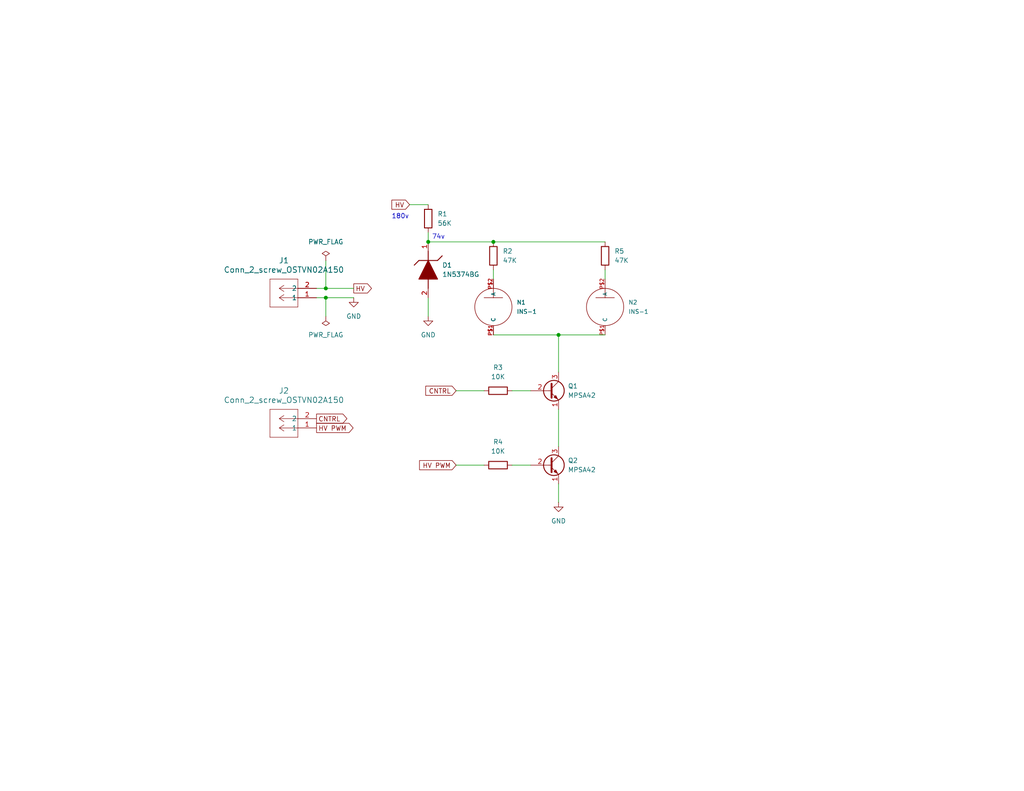
<source format=kicad_sch>
(kicad_sch (version 20231120) (generator "eeschema") (generator_version "8.0")
  (paper "A")
  (title_block (title "INS-1 flasher") (date "2024-12-24") (rev "0.9") (company "James Gallagher") (comment 1 "Flash two INS-1 Nixie tubes") (comment 2 "74v Zener lowers the strike voltage. Each tube draw 0.5mA"))
  (lib_symbols
    (symbol "Device:R" (pin_numbers hide) (pin_names (offset 0))
      (property "Reference" "R" (at 2.032 0 90))
      (property "Value" "R" (at 0 0 90))
      (symbol "R_0_1"
        (rectangle (start -1.016 -2.54) (end 1.016 2.54) (stroke (width 0.254)))
      )
      (symbol "R_1_1"
        (pin passive line (at 0 3.81 270) (length 1.27) (name "~") (number "1"))
        (pin passive line (at 0 -3.81 90) (length 1.27) (name "~") (number "2"))
      )
    )
    (symbol "INS-1-symbols:1N5374BG" (pin_names hide)
      (property "Reference" "D" (at 11.43 5.08 0))
      (property "Value" "1N5374BG" (at 11.43 2.54 0))
      (symbol "1N5374BG_1_1"
        (polyline (pts (xy 2.54 0) (xy 5.08 0)) (stroke (width 0.254)))
        (polyline (pts (xy 5.08 -2.54) (xy 6.35 -3.81)) (stroke (width 0.254)))
        (polyline (pts (xy 5.08 2.54) (xy 3.81 3.81)) (stroke (width 0.254)))
        (polyline (pts (xy 5.08 2.54) (xy 5.08 -2.54)) (stroke (width 0.254)))
        (polyline (pts (xy 10.16 0) (xy 12.7 0)) (stroke (width 0.254)))
        (polyline (pts (xy 5.08 0) (xy 10.16 2.54) (xy 10.16 -2.54) (xy 5.08 0)) (stroke (width 0.254)) (fill (type outline)))
        (pin passive line (at 0 0 0) (length 2.54) (name "K") (number "1"))
        (pin passive line (at 15.24 0 180) (length 2.54) (name "A") (number "2"))
      )
    )
    (symbol "INS-1-symbols:INS-1" (pin_names (offset 1.016))
      (property "Reference" "N" (at 0 7.62 0))
      (property "Value" "INS-1" (at 0 -7.62 0))
      (symbol "INS-1_1_0"
        (polyline (pts (xy 2.54 -2.54) (xy 2.54 0)))
        (polyline (pts (xy 2.54 0) (xy 2.54 2.54)))
        (polyline (pts (xy 2.54 0) (xy 5.08 0)))
      )
      (symbol "INS-1_1_1"
        (circle (center 0 0) (radius 5.08))
        (pin passive line (at -7.62 0 0) (length 2.54) (name "C") (number "P$1"))
        (pin passive line (at 7.62 0 180) (length 2.54) (name "A") (number "P$2"))
      )
    )
    (symbol "INS-1-symbols:MPSA42" (pin_names (offset 1.016) hide)
      (property "Reference" "Q" (at 5.08 1.905 0))
      (property "Value" "MPSA42" (at 5.08 0 0))
      (symbol "MPSA42_0_1"
        (polyline (pts (xy 0 0) (xy 0.635 0)))
        (polyline (pts (xy 0.635 0.635) (xy 2.54 2.54)))
        (polyline (pts (xy 0.635 -0.635) (xy 2.54 -2.54) (xy 2.54 -2.54)))
        (polyline (pts (xy 0.635 1.905) (xy 0.635 -1.905) (xy 0.635 -1.905)) (stroke (width 0.508)))
        (polyline (pts (xy 1.27 -1.778) (xy 1.778 -1.27) (xy 2.286 -2.286) (xy 1.27 -1.778) (xy 1.27 -1.778)) (fill (type outline)))
        (circle (center 1.27 0) (radius 2.8194) (stroke (width 0.254)))
      )
      (symbol "MPSA42_1_1"
        (pin passive line (at 2.54 -5.08 90) (length 2.54) (name "E") (number "1"))
        (pin input line (at -5.08 0 0) (length 5.08) (name "B") (number "2"))
        (pin passive line (at 2.54 5.08 270) (length 2.54) (name "C") (number "3"))
      )
    )
    (symbol "nixie-tube-clock-2.1:Conn_2_screw_OSTVN02A150" (pin_names (offset 0.254))
      (property "Reference" "J" (at 5.08 3.81 0))
      (property "Value" "Conn_2_screw_OSTVN02A150" (at 1.27 -11.43 0))
      (symbol "Conn_2_screw_OSTVN02A150_1_1"
        (polyline (pts (xy 5.08 -5.08) (xy 12.7 -5.08)) (stroke (width 0.127)))
        (polyline (pts (xy 5.08 2.54) (xy 5.08 -5.08)) (stroke (width 0.127)))
        (polyline (pts (xy 10.16 -2.54) (xy 5.08 -2.54)) (stroke (width 0.127)))
        (polyline (pts (xy 10.16 -2.54) (xy 8.89 -3.3867)) (stroke (width 0.127)))
        (polyline (pts (xy 10.16 -2.54) (xy 8.89 -1.6933)) (stroke (width 0.127)))
        (polyline (pts (xy 10.16 0) (xy 5.08 0)) (stroke (width 0.127)))
        (polyline (pts (xy 10.16 0) (xy 8.89 -0.8467)) (stroke (width 0.127)))
        (polyline (pts (xy 10.16 0) (xy 8.89 0.8467)) (stroke (width 0.127)))
        (polyline (pts (xy 12.7 -5.08) (xy 12.7 2.54)) (stroke (width 0.127)))
        (polyline (pts (xy 12.7 2.54) (xy 5.08 2.54)) (stroke (width 0.127)))
        (pin passive line (at 0 0 0) (length 5.08) (name "1") (number "1"))
        (pin passive line (at 0 -2.54 0) (length 5.08) (name "2") (number "2"))
      )
      (symbol "Conn_2_screw_OSTVN02A150_1_2"
        (polyline (pts (xy 5.08 -5.08) (xy 12.7 -5.08)) (stroke (width 0.127)))
        (polyline (pts (xy 5.08 2.54) (xy 5.08 -5.08)) (stroke (width 0.127)))
        (polyline (pts (xy 7.62 -2.54) (xy 5.08 -2.54)) (stroke (width 0.127)))
        (polyline (pts (xy 7.62 -2.54) (xy 8.89 -3.3867)) (stroke (width 0.127)))
        (polyline (pts (xy 7.62 -2.54) (xy 8.89 -1.6933)) (stroke (width 0.127)))
        (polyline (pts (xy 7.62 0) (xy 5.08 0)) (stroke (width 0.127)))
        (polyline (pts (xy 7.62 0) (xy 8.89 -0.8467)) (stroke (width 0.127)))
        (polyline (pts (xy 7.62 0) (xy 8.89 0.8467)) (stroke (width 0.127)))
        (polyline (pts (xy 12.7 -5.08) (xy 12.7 2.54)) (stroke (width 0.127)))
        (polyline (pts (xy 12.7 2.54) (xy 5.08 2.54)) (stroke (width 0.127)))
        (pin unspecified line (at 0 0 0) (length 5.08) (name "1") (number "1"))
        (pin unspecified line (at 0 -2.54 0) (length 5.08) (name "2") (number "2"))
      )
    )
    (symbol "power:GND" (power) (pin_numbers hide) (pin_names (offset 0) hide)
      (property "Value" "GND" (at 0 -3.81 0))
      (symbol "GND_0_1"
        (polyline (pts (xy 0 0) (xy 0 -1.27) (xy 1.27 -1.27) (xy 0 -2.54) (xy -1.27 -1.27) (xy 0 -1.27)))
      )
      (symbol "GND_1_1"
        (pin power_in line (at 0 0 270) (length 0) (name "~") (number "1"))
      )
    )
    (symbol "power:PWR_FLAG" (power) (pin_numbers hide) (pin_names (offset 0) hide)
      (property "Value" "PWR_FLAG" (at 0 3.81 0))
      (symbol "PWR_FLAG_0_0"
        (pin power_out line (at 0 0 90) (length 0) (name "~") (number "1"))
      )
      (symbol "PWR_FLAG_0_1"
        (polyline (pts (xy 0 0) (xy 0 1.27) (xy -1.016 1.905) (xy 0 2.54) (xy 1.016 1.905) (xy 0 1.27)))
      )
    )
  )
  (junction (at 134.62 66.04))
  (junction (at 88.9 78.74))
  (junction (at 152.4 91.44))
  (junction (at 116.84 66.04))
  (junction (at 88.9 81.28))
  (wire (pts (xy 152.4 111.76) (xy 152.4 121.92)))
  (wire (pts (xy 86.36 78.74) (xy 88.9 78.74)))
  (wire (pts (xy 152.4 132.08) (xy 152.4 137.16)))
  (wire (pts (xy 116.84 81.28) (xy 116.84 86.36)))
  (wire (pts (xy 134.62 73.66) (xy 134.62 76.2)))
  (wire (pts (xy 88.9 81.28) (xy 96.52 81.28)))
  (wire (pts (xy 86.36 81.28) (xy 88.9 81.28)))
  (wire (pts (xy 88.9 71.12) (xy 88.9 78.74)))
  (wire (pts (xy 88.9 78.74) (xy 96.52 78.74)))
  (wire (pts (xy 88.9 81.28) (xy 88.9 86.36)))
  (wire (pts (xy 124.46 106.68) (xy 132.08 106.68)))
  (wire (pts (xy 134.62 66.04) (xy 165.1 66.04)))
  (wire (pts (xy 124.46 127) (xy 132.08 127)))
  (wire (pts (xy 111.76 55.88) (xy 116.84 55.88)))
  (wire (pts (xy 139.7 127) (xy 144.78 127)))
  (wire (pts (xy 165.1 73.66) (xy 165.1 76.2)))
  (wire (pts (xy 152.4 91.44) (xy 165.1 91.44)))
  (wire (pts (xy 116.84 66.04) (xy 134.62 66.04)))
  (wire (pts (xy 139.7 106.68) (xy 144.78 106.68)))
  (wire (pts (xy 116.84 63.5) (xy 116.84 66.04)))
  (wire (pts (xy 152.4 91.44) (xy 152.4 101.6)))
  (wire (pts (xy 134.62 91.44) (xy 152.4 91.44)))
  (text "74v" (at 119.634 64.77 0) (effects (font (size 1.27 1.27))))
  (text "180v" (at 109.22 59.182 0) (effects (font (size 1.27 1.27))))
  (global_label "HV" (shape input) (at 111.76 55.88 180) (property "Intersheetrefs" "${INTERSHEET_REFS}" (effects (hide yes))))
  (global_label "CNTRL" (shape output) (at 86.36 114.3 0) (property "Intersheetrefs" "${INTERSHEET_REFS}" (effects (hide yes))))
  (global_label "HV" (shape output) (at 96.52 78.74 0) (property "Intersheetrefs" "${INTERSHEET_REFS}" (effects (hide yes))))
  (global_label "HV PWM" (shape input) (at 124.46 127 180) (property "Intersheetrefs" "${INTERSHEET_REFS}" (effects (hide yes))))
  (global_label "HV PWM" (shape output) (at 86.36 116.84 0) (property "Intersheetrefs" "${INTERSHEET_REFS}" (effects (hide yes))))
  (global_label "CNTRL" (shape input) (at 124.46 106.68 180) (property "Intersheetrefs" "${INTERSHEET_REFS}" (effects (hide yes))))
  (symbol (lib_id "INS-1-symbols:INS-1") (at 134.62 83.82 90) (unit 1)
    (property "Reference" "N1" (at 140.97 82.55 90) (effects (font (size 1.143 1.143)) (justify right)))
    (property "Value" "INS-1" (at 140.97 85.09 90) (effects (font (size 1.143 1.143)) (justify right)))
    (property "Footprint" "INS-1-footprints:mynixies-INS-1" (effects (hide yes)))
  )
  (symbol (lib_id "power:PWR_FLAG") (at 88.9 86.36 180) (unit 1)
    (property "Reference" "#FLG02" (effects (hide yes)))
    (property "Value" "PWR_FLAG" (at 88.9 91.44 0))
    (property "Description" "Special symbol for telling ERC where power comes from" (effects (hide yes)))
  )
  (symbol (lib_id "power:GND") (at 152.4 137.16 0) (unit 1)
    (property "Reference" "#PWR02" (effects (hide yes)))
    (property "Value" "GND" (at 152.4 142.24 0))
    (property "Description" "Power symbol creates a global label with name \"GND\" , ground" (effects (hide yes)))
  )
  (symbol (lib_id "INS-1-symbols:1N5374BG") (at 116.84 66.04 270) (unit 1)
    (property "Reference" "D1" (at 120.65 72.3899 90) (effects (justify left)))
    (property "Value" "1N5374BG" (at 120.65 74.9299 90) (effects (justify left)))
    (property "Footprint" "DIOAD2260W109L864D349" (effects (hide yes)))
    (property "Description" "ON Semiconductor 1N5374BG Zener Diode, 75V 5% 5 W Through Hole 2-Pin Surmetic 40" (effects (hide yes)))
    (property "Manufacturer_Name" "onsemi" (effects (hide yes)))
    (property "Manufacturer_Part_Number" "1N5374BG" (effects (hide yes)))
  )
  (symbol (lib_id "Device:R") (at 134.62 69.85 0) (unit 1)
    (property "Reference" "R2" (at 137.16 68.5799 0) (effects (justify left)))
    (property "Value" "47K" (at 137.16 71.1199 0) (effects (justify left)))
    (property "Footprint" "Resistor_THT:R_Axial_DIN0207_L6.3mm_D2.5mm_P7.62mm_Horizontal" (effects (hide yes)))
    (property "Description" "Resistor" (effects (hide yes)))
  )
  (symbol (lib_id "nixie-tube-clock-2.1:Conn_2_screw_OSTVN02A150") (at 86.36 116.84 180) (unit 1)
    (property "Reference" "J2" (at 77.47 106.68 0) (effects (font (size 1.524 1.524))))
    (property "Value" "Conn_2_screw_OSTVN02A150" (at 77.47 109.22 0) (effects (font (size 1.524 1.524))))
    (property "Footprint" "CONN_OSTVN02A150_OST" (effects (hide yes)))
    (property "Datasheet" "OSTVN02A150" (effects (hide yes)))
  )
  (symbol (lib_id "INS-1-symbols:INS-1") (at 165.1 83.82 90) (unit 1)
    (property "Reference" "N2" (at 171.45 82.55 90) (effects (font (size 1.143 1.143)) (justify right)))
    (property "Value" "INS-1" (at 171.45 85.09 90) (effects (font (size 1.143 1.143)) (justify right)))
    (property "Footprint" "INS-1-footprints:mynixies-INS-1" (effects (hide yes)))
  )
  (symbol (lib_id "Device:R") (at 116.84 59.69 0) (unit 1)
    (property "Reference" "R1" (at 119.38 58.4199 0) (effects (justify left)))
    (property "Value" "56K" (at 119.38 60.9599 0) (effects (justify left)))
    (property "Footprint" "Resistor_THT:R_Axial_DIN0207_L6.3mm_D2.5mm_P7.62mm_Horizontal" (effects (hide yes)))
    (property "Description" "Resistor" (effects (hide yes)))
  )
  (symbol (lib_id "power:PWR_FLAG") (at 88.9 71.12 0) (unit 1)
    (property "Reference" "#FLG01" (effects (hide yes)))
    (property "Value" "PWR_FLAG" (at 88.9 66.04 0))
    (property "Description" "Special symbol for telling ERC where power comes from" (effects (hide yes)))
  )
  (symbol (lib_id "power:GND") (at 96.52 81.28 0) (unit 1)
    (property "Reference" "#PWR03" (effects (hide yes)))
    (property "Value" "GND" (at 96.52 86.36 0))
    (property "Description" "Power symbol creates a global label with name \"GND\" , ground" (effects (hide yes)))
  )
  (symbol (lib_id "Device:R") (at 165.1 69.85 0) (unit 1)
    (property "Reference" "R5" (at 167.64 68.5799 0) (effects (justify left)))
    (property "Value" "47K" (at 167.64 71.1199 0) (effects (justify left)))
    (property "Footprint" "Resistor_THT:R_Axial_DIN0207_L6.3mm_D2.5mm_P7.62mm_Horizontal" (effects (hide yes)))
    (property "Description" "Resistor" (effects (hide yes)))
  )
  (symbol (lib_id "Device:R") (at 135.89 106.68 90) (unit 1)
    (property "Reference" "R3" (at 135.89 100.33 90))
    (property "Value" "10K" (at 135.89 102.87 90))
    (property "Footprint" "Resistor_THT:R_Axial_DIN0207_L6.3mm_D2.5mm_P7.62mm_Horizontal" (effects (hide yes)))
    (property "Description" "Resistor" (effects (hide yes)))
  )
  (symbol (lib_id "power:GND") (at 116.84 86.36 0) (unit 1)
    (property "Reference" "#PWR01" (effects (hide yes)))
    (property "Value" "GND" (at 116.84 91.44 0))
    (property "Description" "Power symbol creates a global label with name \"GND\" , ground" (effects (hide yes)))
  )
  (symbol (lib_id "INS-1-symbols:MPSA42") (at 149.86 106.68 0) (unit 1)
    (property "Reference" "Q1" (at 154.94 105.4099 0) (effects (justify left)))
    (property "Value" "MPSA42" (at 154.94 107.9499 0) (effects (justify left)))
    (property "Footprint" "INS-1-footprints:TO-92L_HandSolder" (effects (hide yes)))
    (property "Datasheet" "http://www.onsemi.com/pub_link/Collateral/MPSA42-D.PDF" (effects (hide yes)))
    (property "Description" "0.5A Ic, 300V Vce, NPN High Voltage Transistor, TO-92" (effects (hide yes)))
  )
  (symbol (lib_id "Device:R") (at 135.89 127 90) (unit 1)
    (property "Reference" "R4" (at 135.89 120.65 90))
    (property "Value" "10K" (at 135.89 123.19 90))
    (property "Footprint" "Resistor_THT:R_Axial_DIN0207_L6.3mm_D2.5mm_P7.62mm_Horizontal" (effects (hide yes)))
    (property "Description" "Resistor" (effects (hide yes)))
  )
  (symbol (lib_id "INS-1-symbols:MPSA42") (at 149.86 127 0) (unit 1)
    (property "Reference" "Q2" (at 154.94 125.7299 0) (effects (justify left)))
    (property "Value" "MPSA42" (at 154.94 128.2699 0) (effects (justify left)))
    (property "Footprint" "INS-1-footprints:TO-92L_HandSolder" (effects (hide yes)))
    (property "Datasheet" "http://www.onsemi.com/pub_link/Collateral/MPSA42-D.PDF" (effects (hide yes)))
    (property "Description" "0.5A Ic, 300V Vce, NPN High Voltage Transistor, TO-92" (effects (hide yes)))
  )
  (symbol (lib_id "nixie-tube-clock-2.1:Conn_2_screw_OSTVN02A150") (at 86.36 81.28 180) (unit 1)
    (property "Reference" "J1" (at 77.47 71.12 0) (effects (font (size 1.524 1.524))))
    (property "Value" "Conn_2_screw_OSTVN02A150" (at 77.47 73.66 0) (effects (font (size 1.524 1.524))))
    (property "Footprint" "CONN_OSTVN02A150_OST" (effects (hide yes)))
    (property "Datasheet" "OSTVN02A150" (effects (hide yes)))
  )
)
</source>
